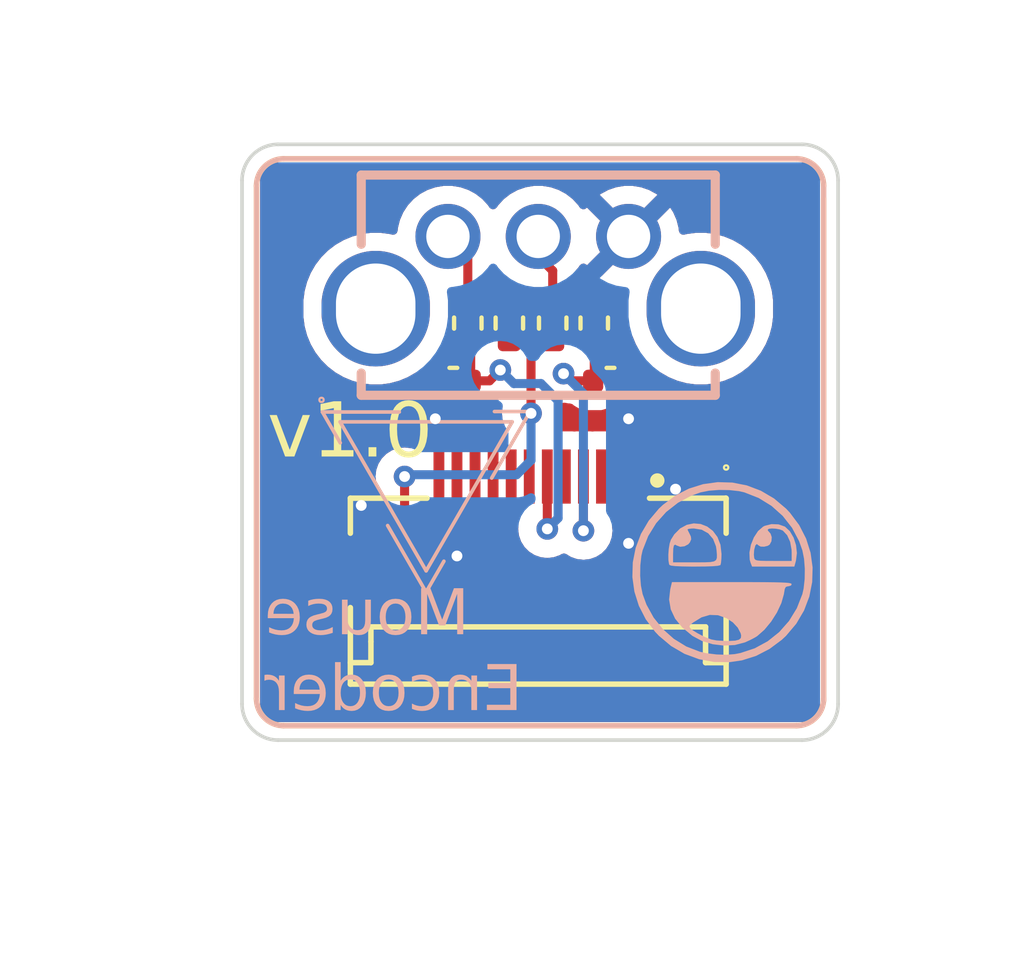
<source format=kicad_pcb>
(kicad_pcb (version 20240108) (generator "pcbnew") (generator_version "8.0")
  (layers (0 "F.Cu" signal) (31 "B.Cu" signal) (34 "B.Paste" user) (35 "F.Paste" user) (36 "B.SilkS" user "B.Silkscreen") (37 "F.SilkS" user "F.Silkscreen") (38 "B.Mask" user) (39 "F.Mask" user) (44 "Edge.Cuts" user))
  (net 0 "")
  (net 1 "GND")
  (net 2 "+3V3")
  (net 3 "Net-(R1-Pad1)")
  (net 4 "Net-(R2-Pad2)")
  (net 5 "Net-(J1-GP_AD2)")
  (net 6 "Net-(J1-GP_AD1)")
  (footprint "Resistor_SMD:R_0402_1005Metric" (layer "F.Cu") (at 165.1 76.1 90)
    (property "Reference" "R3" (hide yes))
    (property "Value" "10k")
    (fp_line (start -0.153641 -0.38) (end 0.153641 -0.38) (stroke (width 0.12)) (layer "F.SilkS"))
    (fp_line (start -0.153641 0.38) (end 0.153641 0.38) (stroke (width 0.12)) (layer "F.SilkS"))
    (pad "1" smd roundrect (at -0.51 0 90) (size 0.54 0.64) (layers "F.Cu" "F.Paste" "F.Mask") (net 6 "Net-(J1-GP_AD1)"))
    (pad "2" smd roundrect (at 0.51 0 90) (size 0.54 0.64) (layers "F.Cu" "F.Paste" "F.Mask") (net 4 "Net-(R2-Pad2)"))
  )
  (footprint "Resistor_SMD:R_0402_1005Metric" (layer "F.Cu") (at 168.6 76.1 90)
    (property "Reference" "R4" (hide yes))
    (property "Value" "10k")
    (fp_line (start -0.153641 -0.38) (end 0.153641 -0.38) (stroke (width 0.12)) (layer "F.SilkS"))
    (fp_line (start -0.153641 0.38) (end 0.153641 0.38) (stroke (width 0.12)) (layer "F.SilkS"))
    (pad "1" smd roundrect (at -0.51 0 90) (size 0.54 0.64) (layers "F.Cu" "F.Paste" "F.Mask") (net 5 "Net-(J1-GP_AD2)"))
    (pad "2" smd roundrect (at 0.51 0 90) (size 0.54 0.64) (layers "F.Cu" "F.Paste" "F.Mask") (net 3 "Net-(R1-Pad1)"))
  )
  (footprint "Resistor_SMD:R_0402_1005Metric" (layer "F.Cu") (at 166.25 76.1 90)
    (property "Reference" "R2" (hide yes))
    (property "Value" "330")
    (fp_line (start -0.153641 -0.38) (end 0.153641 -0.38) (stroke (width 0.12)) (layer "F.SilkS"))
    (fp_line (start -0.153641 0.38) (end 0.153641 0.38) (stroke (width 0.12)) (layer "F.SilkS"))
    (pad "1" smd roundrect (at -0.51 0 90) (size 0.54 0.64) (layers "F.Cu" "F.Paste" "F.Mask") (net 2 "+3V3"))
    (pad "2" smd roundrect (at 0.51 0 90) (size 0.54 0.64) (layers "F.Cu" "F.Paste" "F.Mask") (net 4 "Net-(R2-Pad2)"))
  )
  (footprint "Capacitor_SMD:C_0402_1005Metric" (layer "F.Cu") (at 169.05 77.7)
    (property "Reference" "C1" (hide yes))
    (property "Value" "0.01uF")
    (fp_line (start -0.107836 -0.36) (end 0.107836 -0.36) (stroke (width 0.12)) (layer "F.SilkS"))
    (fp_line (start -0.107836 0.36) (end 0.107836 0.36) (stroke (width 0.12)) (layer "F.SilkS"))
    (pad "1" smd roundrect (at -0.48 0) (size 0.56 0.62) (layers "F.Cu" "F.Paste" "F.Mask") (net 5 "Net-(J1-GP_AD2)"))
    (pad "2" smd roundrect (at 0.48 0) (size 0.56 0.62) (layers "F.Cu" "F.Paste" "F.Mask") (net 1 "GND"))
  )
  (footprint "Resistor_SMD:R_0402_1005Metric" (layer "F.Cu") (at 167.45 76.1 -90)
    (property "Reference" "R1" (hide yes))
    (property "Value" "330")
    (fp_line (start -0.153641 0.38) (end 0.153641 0.38) (stroke (width 0.12)) (layer "F.SilkS"))
    (fp_line (start -0.153641 -0.38) (end 0.153641 -0.38) (stroke (width 0.12)) (layer "F.SilkS"))
    (pad "1" smd roundrect (at -0.51 0 270) (size 0.54 0.64) (layers "F.Cu" "F.Paste" "F.Mask") (net 3 "Net-(R1-Pad1)"))
    (pad "2" smd roundrect (at 0.51 0 270) (size 0.54 0.64) (layers "F.Cu" "F.Paste" "F.Mask") (net 2 "+3V3"))
  )
  (footprint "Capacitor_SMD:C_0402_1005Metric" (layer "F.Cu") (at 164.7 77.7 180)
    (property "Reference" "C2" (hide yes))
    (property "Value" "0.01uF")
    (fp_line (start -0.107836 0.36) (end 0.107836 0.36) (stroke (width 0.12)) (layer "F.SilkS"))
    (fp_line (start -0.107836 -0.36) (end 0.107836 -0.36) (stroke (width 0.12)) (layer "F.SilkS"))
    (pad "1" smd roundrect (at -0.48 0 180) (size 0.56 0.62) (layers "F.Cu" "F.Paste" "F.Mask") (net 6 "Net-(J1-GP_AD1)"))
    (pad "2" smd roundrect (at 0.48 0 180) (size 0.56 0.62) (layers "F.Cu" "F.Paste" "F.Mask") (net 1 "GND"))
  )
  (footprint "MyKicadFootprints:FPC-SMD_12P-P0.50_HCTL_XW05202-120R-00" (layer "F.Cu") (at 167.05 81.65)
    (property "Reference" "J1" (hide yes))
    (property "Value" "vik-module-connector")
    (fp_line (start -5.201041 3.854712) (end -4.63208 3.854712) (stroke (width 0.151994)) (layer "F.SilkS"))
    (fp_line (start -5.200991 -0.7) (end -3.080086 -0.7) (stroke (width 0.151994)) (layer "F.SilkS"))
    (fp_line (start -5.200991 0.269825) (end -5.200991 -0.7) (stroke (width 0.151994)) (layer "F.SilkS"))
    (fp_line (start -5.200991 4.450013) (end -5.200991 2.330124) (stroke (width 0.151994)) (layer "F.SilkS"))
    (fp_line (start -4.63208 2.86411) (end 4.631318 2.86411) (stroke (width 0.151994)) (layer "F.SilkS"))
    (fp_line (start -4.63208 3.273051) (end -4.63208 2.86411) (stroke (width 0.151994)) (layer "F.SilkS"))
    (fp_line (start -4.63208 3.854712) (end -4.63208 3.273051) (stroke (width 0.151994)) (layer "F.SilkS"))
    (fp_line (start 3.080086 -0.7) (end 5.190018 -0.7) (stroke (width 0.151994)) (layer "F.SilkS"))
    (fp_line (start 4.631318 2.86411) (end 4.631318 3.854712) (stroke (width 0.151994)) (layer "F.SilkS"))
    (fp_line (start 4.631318 3.854712) (end 5.200279 3.854712) (stroke (width 0.151994)) (layer "F.SilkS"))
    (fp_line (start 5.190018 -0.7) (end 5.202007 -0.688011) (stroke (width 0.151994)) (layer "F.SilkS"))
    (fp_line (start 5.200279 3.854712) (end 5.200279 3.659131) (stroke (width 0.151994)) (layer "F.SilkS"))
    (fp_line (start 5.200991 -0.7) (end 5.200991 0.269825) (stroke (width 0.151994)) (layer "F.SilkS"))
    (fp_line (start 5.200991 2.330124) (end 5.200991 4.450013) (stroke (width 0.151994)) (layer "F.SilkS"))
    (fp_line (start 5.200991 4.450013) (end -5.200991 4.450013) (stroke (width 0.151994)) (layer "F.SilkS"))
    (fp_circle (center 3.295022 -1.189992) (end 3.395098 -1.189992) (stroke (width 0.2)) (fill none) (layer "F.SilkS"))
    (fp_circle (center 5.200787 -1.549911) (end 5.230759 -1.549911) (stroke (width 0.059995)) (fill none) (layer "F.SilkS"))
    (pad "1" smd rect (at 2.749936 -1.299975 180) (size 0.3 1.5) (layers "F.Cu" "F.Paste" "F.Mask"))
    (pad "2" smd rect (at 2.250064 -1.299975 180) (size 0.3 1.5) (layers "F.Cu" "F.Paste" "F.Mask"))
    (pad "3" smd rect (at 1.749936 -1.299975 180) (size 0.3 1.5) (layers "F.Cu" "F.Paste" "F.Mask"))
    (pad "4" smd rect (at 1.250064 -1.299975 180) (size 0.3 1.5) (layers "F.Cu" "F.Paste" "F.Mask") (net 5 "Net-(J1-GP_AD2)"))
    (pad "5" smd rect (at 0.749936 -1.299975 180) (size 0.3 1.5) (layers "F.Cu" "F.Paste" "F.Mask"))
    (pad "6" smd rect (at 0.250064 -1.299975 180) (size 0.3 1.5) (layers "F.Cu" "F.Paste" "F.Mask") (net 6 "Net-(J1-GP_AD1)"))
    (pad "7" smd rect (at -0.250064 -1.299975 180) (size 0.3 1.5) (layers "F.Cu" "F.Paste" "F.Mask"))
    (pad "8" smd rect (at -0.749936 -1.299975 180) (size 0.3 1.5) (layers "F.Cu" "F.Paste" "F.Mask"))
    (pad "9" smd rect (at -1.250064 -1.299975 180) (size 0.3 1.5) (layers "F.Cu" "F.Paste" "F.Mask"))
    (pad "10" smd rect (at -1.749936 -1.299975 180) (size 0.3 1.5) (layers "F.Cu" "F.Paste" "F.Mask"))
    (pad "11" smd rect (at -2.250064 -1.299975 180) (size 0.3 1.5) (layers "F.Cu" "F.Paste" "F.Mask") (net 1 "GND"))
    (pad "12" smd rect (at -2.749936 -1.299975 180) (size 0.3 1.5) (layers "F.Cu" "F.Paste" "F.Mask") (net 2 "+3V3"))
    (pad "13" smd rect (at -4.449962 1.299975 180) (size 2 1.7) (layers "F.Cu" "F.Paste" "F.Mask"))
    (pad "14" smd rect (at 4.449962 1.299975 180) (size 2 1.7) (layers "F.Cu" "F.Paste" "F.Mask"))
  )
  (footprint "MyKicadFootprints:SW-TH_EC10EXXXXXXX" (layer "B.Cu") (at 167.05 74.7)
    (property "Reference" "SW1" (hide yes))
    (property "Value" "RotaryEncoder")
    (fp_line (start -4.900127 -2.7) (end -4.900127 -0.784201) (stroke (width 0.254)) (layer "B.SilkS"))
    (fp_line (start -4.900127 2.784201) (end -4.900127 3.4) (stroke (width 0.254)) (layer "B.SilkS"))
    (fp_line (start -4.900127 3.4) (end 4.899873 3.399975) (stroke (width 0.254)) (layer "B.SilkS"))
    (fp_line (start 4.899873 -2.7) (end -4.900127 -2.7) (stroke (width 0.254)) (layer "B.SilkS"))
    (fp_line (start 4.899873 -2.7) (end 4.899873 -0.784252) (stroke (width 0.254)) (layer "B.SilkS"))
    (fp_line (start 4.899873 2.784252) (end 4.899873 3.399975) (stroke (width 0.254)) (layer "B.SilkS"))
    (fp_circle (center -5.999873 3.527051) (end -5.969901 3.527051) (stroke (width 0.059995)) (fill none) (layer "B.SilkS"))
    (pad "4" thru_hole oval (at -4.5 1 270) (size 3.2 3) (drill oval 2.500025 2.2) (layers "*.Cu" "*.Mask"))
    (pad "5" thru_hole oval (at 4.5 1 270) (size 3.2 3) (drill oval 2.500025 2.2) (layers "*.Cu" "*.Mask"))
    (pad "A" thru_hole circle (at -2.5 -1) (size 1.8 1.8) (drill 1.2) (layers "*.Cu" "*.Mask") (net 4 "Net-(R2-Pad2)"))
    (pad "B" thru_hole circle (at -0.000127 -1) (size 1.8 1.8) (drill 1.2) (layers "*.Cu" "*.Mask") (net 3 "Net-(R1-Pad1)"))
    (pad "C" thru_hole circle (at 2.5 -1) (size 1.8 1.8) (drill 1.2) (layers "*.Cu" "*.Mask") (net 1 "GND"))
  )
  (footprint "Vik:vik-logo-small" (layer "B.Cu") (at 163.944777 80.355617 180)
    (property "Reference" "LOGO2" (hide yes))
    (property "Value" "**REF")
    (fp_line (start 2.869715 1.793686) (end 0.741256 1.793386) (stroke (width 0.1)) (layer "B.SilkS"))
    (fp_line (start 2.38 1.52) (end -2.383804 1.52) (stroke (width 0.1)) (layer "B.SilkS"))
    (fp_line (start 2.375449 0.938393) (end 2.869715 1.793686) (stroke (width 0.1)) (layer "B.SilkS"))
    (fp_line (start 0.000114 -3.195112) (end 1.064084 -1.351662) (stroke (width 0.1)) (layer "B.SilkS"))
    (fp_line (start -0.001902 -2.605575) (end 2.38 1.52) (stroke (width 0.1)) (layer "B.SilkS"))
    (fp_line (start -0.493459 -2.339419) (end 0.000114 -3.195112) (stroke (width 0.1)) (layer "B.SilkS"))
    (fp_line (start -1.892323 1.805976) (end -2.880161 1.806346) (stroke (width 0.1)) (layer "B.SilkS"))
    (fp_line (start -2.383804 1.52) (end -0.001902 -2.605575) (stroke (width 0.1)) (layer "B.SilkS"))
    (fp_line (start -2.880161 1.806346) (end -1.815689 -0.036813) (stroke (width 0.1)) (layer "B.SilkS"))
  )
  (footprint "MyKicadFootprints:awesome-logo" (layer "B.Cu") (at 172.15 83 180)
    (property "Reference" "LOGO1" (hide yes))
    (property "Value" "**REF" (hide yes))
    (fp_poly (pts (xy -1.172119 1.286262) (xy -1.123842 1.26186) (xy -0.983301 1.139644) (xy -0.868064 0.964072) (xy -0.786073 0.757991) (xy -0.74527 0.544247) (xy -0.753597 0.345685) (xy -0.776871 0.26377) (xy -0.818681 0.156308) (xy -1.404296 0.156308) (xy -1.989911 0.156308) (xy -2.032 0.312616) (xy -1.91477 0.312616) (xy -1.409403 0.312616) (xy -1.201949 0.313376) (xy -1.059492 0.316974) (xy -0.968881 0.325389) (xy -0.916961 0.340598) (xy -0.890583 0.364578) (xy -0.878708 0.392418) (xy -0.868546 0.482568) (xy -0.875885 0.602839) (xy -0.87951 0.626879) (xy -0.909899 0.740271) (xy -0.94901 0.780816) (xy -0.994254 0.745956) (xy -0.996462 0.742462) (xy -1.056362 0.709544) (xy -1.152956 0.706397) (xy -1.25175 0.730533) (xy -1.306286 0.764792) (xy -1.355516 0.857459) (xy -1.363826 0.971538) (xy -1.330903 1.069896) (xy -1.309077 1.094154) (xy -1.259954 1.150564) (xy -1.250462 1.177093) (xy -1.284176 1.202654) (xy -1.368238 1.211492) (xy -1.477029 1.205241) (xy -1.584931 1.185534) (xy -1.666325 1.154008) (xy -1.672136 1.150187) (xy -1.789847 1.023584) (xy -1.872266 0.841962) (xy -1.912164 0.623245) (xy -1.91477 0.548634) (xy -1.91477 0.312616) (xy -2.032 0.312616) (xy -2.034522 0.321981) (xy -2.060266 0.530834) (xy -2.036133 0.749883) (xy -1.969037 0.958189) (xy -1.865891 1.13481) (xy -1.73361 1.258809) (xy -1.723124 1.26516) (xy -1.551091 1.325554) (xy -1.356115 1.332526)) (fill solid) (layer "B.SilkS"))
    (fp_poly (pts (xy 0.989189 1.3126) (xy 1.172061 1.212609) (xy 1.334333 1.049736) (xy 1.428906 0.89877) (xy 1.463661 0.792686) (xy 1.487705 0.646083) (xy 1.499525 0.485448) (xy 1.497608 0.337271) (xy 1.480442 0.228038) (xy 1.468761 0.200849) (xy 1.422835 0.182316) (xy 1.309147 0.168887) (xy 1.124621 0.160366) (xy 0.866181 0.156562) (xy 0.762 0.156308) (xy 0.477982 0.158569) (xy 0.268914 0.165479) (xy 0.131721 0.177234) (xy 0.063324 0.194028) (xy 0.055238 0.200849) (xy 0.040885 0.260789) (xy 0.03044 0.373577) (xy 0.026942 0.484865) (xy 0.154853 0.484865) (xy 0.156156 0.395985) (xy 0.179254 0.336291) (xy 0.234787 0.299988) (xy 0.333395 0.281284) (xy 0.485717 0.274385) (xy 0.702394 0.273499) (xy 0.780312 0.273539) (xy 1.367692 0.273539) (xy 1.367692 0.501488) (xy 1.362353 0.65648) (xy 1.344209 0.741411) (xy 1.310066 0.763782) (xy 1.266378 0.739457) (xy 1.169724 0.704079) (xy 1.052506 0.717898) (xy 0.947566 0.773052) (xy 0.901827 0.826747) (xy 0.865476 0.912427) (xy 0.875182 0.98813) (xy 0.899354 1.04167) (xy 0.94257 1.128359) (xy 0.969036 1.181831) (xy 0.969156 1.182077) (xy 0.942695 1.198775) (xy 0.859384 1.209389) (xy 0.790573 1.211385) (xy 0.574368 1.176314) (xy 0.394938 1.076653) (xy 0.260928 0.920727) (xy 0.180986 0.716863) (xy 0.164704 0.608724) (xy 0.154853 0.484865) (xy 0.026942 0.484865) (xy 0.02635 0.503695) (xy 0.055396 0.759927) (xy 0.13835 0.974265) (xy 0.264568 1.14371) (xy 0.423404 1.265264) (xy 0.604216 1.335929) (xy 0.796359 1.352707)) (fill solid) (layer "B.SilkS"))
    (fp_poly (pts (xy 1.446746 -0.472674) (xy 1.478057 -0.757665) (xy 1.432642 -1.029649) (xy 1.311009 -1.287564) (xy 1.113667 -1.530353) (xy 0.841124 -1.756957) (xy 0.824491 -1.768563) (xy 0.566913 -1.905538) (xy 0.27199 -1.99425) (xy -0.03832 -2.03211) (xy -0.342057 -2.016529) (xy -0.617265 -1.944918) (xy -0.629434 -1.940005) (xy -0.771326 -1.875701) (xy -0.901594 -1.806861) (xy -0.964012 -1.767655) (xy -0.977628 -1.755656) (xy -0.5165 -1.755656) (xy -0.507552 -1.823446) (xy -0.45598 -1.868924) (xy -0.35256 -1.894787) (xy -0.188068 -1.903735) (xy -0.019539 -1.900982) (xy 0.165536 -1.888992) (xy 0.310407 -1.861528) (xy 0.452768 -1.80944) (xy 0.554678 -1.761566) (xy 0.692219 -1.688688) (xy 0.807591 -1.618433) (xy 0.877144 -1.56528) (xy 0.879581 -1.562689) (xy 0.914144 -1.514745) (xy 0.905325 -1.473856) (xy 0.844214 -1.417803) (xy 0.811261 -1.392349) (xy 0.57836 -1.249346) (xy 0.351089 -1.182702) (xy 0.122874 -1.191579) (xy -0.112183 -1.274802) (xy -0.286278 -1.389793) (xy -0.421602 -1.53472) (xy -0.502499 -1.690967) (xy -0.5165 -1.755656) (xy -0.977628 -1.755656) (xy -1.1613 -1.593798) (xy -1.347009 -1.369482) (xy -1.507639 -1.116392) (xy -1.629689 -0.856216) (xy -1.699658 -0.610639) (xy -1.70461 -0.578053) (xy -1.724539 -0.464188) (xy -1.752923 -0.408569) (xy -1.80219 -0.391389) (xy -1.822112 -0.390769) (xy -1.8969 -0.369459) (xy -1.91477 -0.332153) (xy -1.907019 -0.317738) (xy -1.879329 -0.305852) (xy -1.825042 -0.29626) (xy -1.7375 -0.288726) (xy -1.610045 -0.283014) (xy -1.436019 -0.27889) (xy -1.208764 -0.276117) (xy -0.921623 -0.27446) (xy -0.567937 -0.273684) (xy -0.257898 -0.273538) (xy 1.398974 -0.273538)) (fill solid) (layer "B.SilkS"))
    (fp_poly (pts (xy 0.537852 2.438962) (xy 0.930912 2.315376) (xy 1.304428 2.124188) (xy 1.650008 1.865398) (xy 1.760829 1.76083) (xy 2.042857 1.426792) (xy 2.257282 1.061932) (xy 2.404105 0.674643) (xy 2.483326 0.27332) (xy 2.494945 -0.133643) (xy 2.438961 -0.537852) (xy 2.315375 -0.930912) (xy 2.124187 -1.304428) (xy 1.865397 -1.650008) (xy 1.760829 -1.760829) (xy 1.424736 -2.04365) (xy 1.051997 -2.26061) (xy 0.651212 -2.409167) (xy 0.230983 -2.48678) (xy -0.200092 -2.490906) (xy -0.540497 -2.441004) (xy -0.929452 -2.31819) (xy -1.301898 -2.125579) (xy -1.642866 -1.871515) (xy -1.76083 -1.760829) (xy -2.042858 -1.426791) (xy -2.257283 -1.061931) (xy -2.404106 -0.674642) (xy -2.483327 -0.273319) (xy -2.493915 0.097577) (xy -2.278606 0.097577) (xy -2.274567 -0.188404) (xy -2.245304 -0.453517) (xy -2.211012 -0.605692) (xy -2.057055 -0.998209) (xy -1.840748 -1.351175) (xy -1.569461 -1.658055) (xy -1.250559 -1.912316) (xy -0.891412 -2.107423) (xy -0.499386 -2.236842) (xy -0.33598 -2.268603) (xy -0.102895 -2.286296) (xy 0.1663 -2.277424) (xy 0.435172 -2.244488) (xy 0.62523 -2.202585) (xy 1.001069 -2.057452) (xy 1.345058 -1.846089) (xy 1.648994 -1.576757) (xy 1.904673 -1.257716) (xy 2.103894 -0.897227) (xy 2.211011 -0.605692) (xy 2.25742 -0.372813) (xy 2.278605 -0.097576) (xy 2.274566 0.188405) (xy 2.245303 0.453518) (xy 2.211011 0.605693) (xy 2.055451 1.001304) (xy 1.835706 1.357418) (xy 1.558575 1.667234) (xy 1.23086 1.923952) (xy 0.859359 2.120772) (xy 0.605692 2.211012) (xy 0.372813 2.257421) (xy 0.097576 2.278606) (xy -0.188405 2.274567) (xy -0.453518 2.245304) (xy -0.605693 2.211012) (xy -1.001304 2.055452) (xy -1.357418 1.835707) (xy -1.667234 1.558576) (xy -1.923952 1.230861) (xy -2.120772 0.85936) (xy -2.211012 0.605693) (xy -2.257421 0.372814) (xy -2.278606 0.097577) (xy -2.493915 0.097577) (xy -2.494945 0.133644) (xy -2.438962 0.537853) (xy -2.315376 0.930912) (xy -2.124188 1.304429) (xy -1.865398 1.650009) (xy -1.76083 1.76083) (xy -1.426792 2.042858) (xy -1.061932 2.257283) (xy -0.674643 2.404106) (xy -0.27332 2.483327) (xy 0.133643 2.494945)) (fill solid) (layer "B.SilkS"))
  )
  (gr_line (start 159.25 86.5) (end 159.25 72.3) (stroke (width 0.15)) (layer "B.SilkS"))
  (gr_line (start 174.95 72.3) (end 174.95 86.55) (stroke (width 0.15)) (layer "B.SilkS"))
  (gr_arc (start 174.95 86.5) (mid 174.73033 87.03033) (end 174.2 87.25) (stroke (width 0.15)) (layer "B.SilkS"))
  (gr_arc (start 159.25 72.3) (mid 159.46967 71.76967) (end 160 71.55) (stroke (width 0.15)) (layer "B.SilkS"))
  (gr_line (start 174.2 87.25) (end 160 87.25) (stroke (width 0.15)) (layer "B.SilkS"))
  (gr_arc (start 160 87.25) (mid 159.46967 87.03033) (end 159.25 86.5) (stroke (width 0.15)) (layer "B.SilkS"))
  (gr_arc (start 174.2 71.55) (mid 174.73033 71.76967) (end 174.95 72.3) (stroke (width 0.15)) (layer "B.SilkS"))
  (gr_line (start 160 71.55) (end 174.2 71.55) (stroke (width 0.15)) (layer "B.SilkS"))
  (gr_arc (start 159.25 72.3) (mid 159.46967 71.76967) (end 160 71.55) (stroke (width 0.15)) (layer "F.SilkS"))
  (gr_arc (start 160 87.25) (mid 159.46967 87.03033) (end 159.25 86.5) (stroke (width 0.15)) (layer "F.SilkS"))
  (gr_line (start 174.95 72.65) (end 174.95 86.5) (stroke (width 0.15)) (layer "F.SilkS"))
  (gr_line (start 174.2 87.25) (end 160 87.25) (stroke (width 0.15)) (layer "F.SilkS"))
  (gr_line (start 159.25 86.5) (end 159.25 72.3) (stroke (width 0.15)) (layer "F.SilkS"))
  (gr_arc (start 174.95 86.5) (mid 174.73033 87.03033) (end 174.2 87.25) (stroke (width 0.15)) (layer "F.SilkS"))
  (gr_arc (start 174.2 71.55) (mid 174.73033 71.76967) (end 174.95 72.3) (stroke (width 0.15)) (layer "F.SilkS"))
  (gr_line (start 160 71.55) (end 174.2 71.55) (stroke (width 0.15)) (layer "F.SilkS"))
  (gr_arc (start 174.35 71.15) (mid 175.057107 71.442893) (end 175.35 72.15) (stroke (width 0.1)) (layer "Edge.Cuts"))
  (gr_line (start 174.35 87.65) (end 159.85 87.65) (stroke (width 0.1)) (layer "Edge.Cuts"))
  (gr_arc (start 159.85 87.65) (mid 159.142893 87.357107) (end 158.85 86.65) (stroke (width 0.1)) (layer "Edge.Cuts"))
  (gr_arc (start 158.85 72.15) (mid 159.142893 71.442893) (end 159.85 71.15) (stroke (width 0.1)) (layer "Edge.Cuts"))
  (gr_line (start 159.85 71.15) (end 174.35 71.15) (stroke (width 0.1)) (layer "Edge.Cuts"))
  (gr_arc (start 175.35 86.65) (mid 175.057107 87.357107) (end 174.35 87.65) (stroke (width 0.1)) (layer "Edge.Cuts"))
  (gr_line (start 158.85 86.65) (end 158.85 72.15) (stroke (width 0.1)) (layer "Edge.Cuts"))
  (gr_line (start 175.35 72.15) (end 175.35 86.65) (stroke (width 0.1)) (layer "Edge.Cuts"))
  (gr_text "Mouse\nEncoder" (at 159.46967 87.03033 0) (layer "B.SilkS") (effects (font (size 1.25 1.25)) (justify right bottom mirror)))
  (gr_text "v1.0" (at 159.55 80.05 0) (layer "F.SilkS") (effects (font (size 1.5 1.5)) (justify left bottom)))
  (segment (start 164.799936 79.050064) (end 164.799936 80.350025) (width 0.25) (layer "F.Cu") (net 1))
  (segment (start 164.8 81.8) (end 164.799936 81.799936) (width 0.25) (layer "F.Cu") (net 1))
  (segment (start 164.2 78.75) (end 164.499872 78.75) (width 0.25) (layer "F.Cu") (net 1))
  (segment (start 164.8 82.55) (end 164.8 81.8) (width 0.25) (layer "F.Cu") (net 1))
  (segment (start 164.499872 78.75) (end 164.799936 79.050064) (width 0.25) (layer "F.Cu") (net 1))
  (segment (start 164.799936 81.799936) (end 164.799936 80.350025) (width 0.25) (layer "F.Cu") (net 1))
  (via (at 169.55 82.2) (size 0.6) (drill 0.3) (layers "F.Cu" "B.Cu") (net 1))
  (via (at 162.15 81.15) (size 0.6) (drill 0.3) (layers "F.Cu" "B.Cu") (net 1))
  (via (at 164.8 82.55) (size 0.6) (drill 0.3) (layers "F.Cu" "B.Cu") (net 1))
  (via (at 169.55 78.75) (size 0.6) (drill 0.3) (layers "F.Cu" "B.Cu") (net 1))
  (via (at 164.2 78.75) (size 0.6) (drill 0.3) (layers "F.Cu" "B.Cu") (net 1))
  (via (at 170.85 80.7) (size 0.6) (drill 0.3) (layers "F.Cu" "B.Cu") (net 1))
  (segment (start 163.6 81.45) (end 164.300064 81.45) (width 0.25) (layer "F.Cu") (net 2))
  (segment (start 163.35 80.35) (end 163.35 81.2) (width 0.25) (layer "F.Cu") (net 2))
  (segment (start 163.35 81.2) (end 163.6 81.45) (width 0.25) (layer "F.Cu") (net 2))
  (segment (start 166.85 76.61) (end 166.85 78.6) (width 0.25) (layer "F.Cu") (net 2))
  (segment (start 166.25 76.61) (end 166.85 76.61) (width 0.25) (layer "F.Cu") (net 2))
  (segment (start 164.300064 81.45) (end 164.300064 80.350025) (width 0.25) (layer "F.Cu") (net 2))
  (segment (start 166.85 76.61) (end 167.45 76.61) (width 0.25) (layer "F.Cu") (net 2))
  (via (at 166.85 78.6) (size 0.6) (drill 0.3) (layers "F.Cu" "B.Cu") (net 2))
  (via (at 163.35 80.35) (size 0.6) (drill 0.3) (layers "F.Cu" "B.Cu") (net 2))
  (segment (start 166.45 80.3) (end 163.4 80.3) (width 0.25) (layer "B.Cu") (net 2))
  (segment (start 166.85 78.6) (end 166.85 79.9) (width 0.25) (layer "B.Cu") (net 2))
  (segment (start 163.4 80.3) (end 163.35 80.35) (width 0.25) (layer "B.Cu") (net 2))
  (segment (start 166.85 79.9) (end 166.45 80.3) (width 0.25) (layer "B.Cu") (net 2))
  (segment (start 167.049873 73.7) (end 167.049873 74.249873) (width 0.25) (layer "F.Cu") (net 3))
  (segment (start 167.049873 74.249873) (end 167.45 74.65) (width 0.25) (layer "F.Cu") (net 3))
  (segment (start 167.45 74.65) (end 167.45 75.59) (width 0.25) (layer "F.Cu") (net 3))
  (segment (start 168.6 75.59) (end 167.45 75.59) (width 0.25) (layer "F.Cu") (net 3))
  (segment (start 165.1 74.25) (end 164.55 73.7) (width 0.25) (layer "F.Cu") (net 4))
  (segment (start 165.1 75.59) (end 166.25 75.59) (width 0.25) (layer "F.Cu") (net 4))
  (segment (start 165.1 75.59) (end 165.1 74.25) (width 0.25) (layer "F.Cu") (net 4))
  (segment (start 168.3 81.55) (end 168.300064 81.549936) (width 0.25) (layer "F.Cu") (net 5))
  (segment (start 168.3 81.85) (end 168.3 81.55) (width 0.25) (layer "F.Cu") (net 5))
  (segment (start 167.95 77.7) (end 168.57 77.7) (width 0.25) (layer "F.Cu") (net 5))
  (segment (start 168.6 76.61) (end 168.6 77.67) (width 0.25) (layer "F.Cu") (net 5))
  (segment (start 168.300064 81.549936) (end 168.300064 80.350025) (width 0.25) (layer "F.Cu") (net 5))
  (segment (start 168.6 77.67) (end 168.57 77.7) (width 0.25) (layer "F.Cu") (net 5))
  (segment (start 167.75 77.5) (end 167.95 77.7) (width 0.25) (layer "F.Cu") (net 5))
  (via (at 167.75 77.5) (size 0.6) (drill 0.3) (layers "F.Cu" "B.Cu") (net 5))
  (via (at 168.3 81.85) (size 0.6) (drill 0.3) (layers "F.Cu" "B.Cu") (net 5))
  (segment (start 168.3 81.85) (end 168.3 78.05) (width 0.25) (layer "B.Cu") (net 5))
  (segment (start 168.3 78.05) (end 167.75 77.5) (width 0.25) (layer "B.Cu") (net 5))
  (segment (start 165.7 77.7) (end 165.18 77.7) (width 0.25) (layer "F.Cu") (net 6))
  (segment (start 166 77.4) (end 165.7 77.7) (width 0.25) (layer "F.Cu") (net 6))
  (segment (start 165.18 77.7) (end 165.18 76.69) (width 0.25) (layer "F.Cu") (net 6))
  (segment (start 167.300064 81.8) (end 167.300064 80.350025) (width 0.25) (layer "F.Cu") (net 6))
  (segment (start 165.18 76.69) (end 165.1 76.61) (width 0.25) (layer "F.Cu") (net 6))
  (via (at 166 77.4) (size 0.6) (drill 0.3) (layers "F.Cu" "B.Cu") (net 6))
  (via (at 167.300064 81.8) (size 0.6) (drill 0.3) (layers "F.Cu" "B.Cu") (net 6))
  (segment (start 166.375 77.775) (end 166 77.4) (width 0.25) (layer "B.Cu") (net 6))
  (segment (start 167.6 81.500064) (end 167.6 78.25) (width 0.25) (layer "B.Cu") (net 6))
  (segment (start 167.125 77.775) (end 166.375 77.775) (width 0.25) (layer "B.Cu") (net 6))
  (segment (start 167.6 78.25) (end 167.125 77.775) (width 0.25) (layer "B.Cu") (net 6))
  (segment (start 167.300064 81.8) (end 167.6 81.500064) (width 0.25) (layer "B.Cu") (net 6))
  (zone (net 1) (net_name "GND") (layer "F.Cu") (connect_pads (clearance 0.5)) (min_thickness 0.25) (fill yes (thermal_gap 0.5) (thermal_bridge_width 0.5))
    (polygon (pts (xy 155.4 68.25) (xy 180.15 67.95) (xy 179.8 89.95) (xy 152.6 89.9)))
  )
  (zone (net 1) (net_name "GND") (layer "B.Cu") (priority 1) (connect_pads (clearance 0.5)) (min_thickness 0.25) (fill yes (thermal_gap 0.5) (thermal_bridge_width 0.5))
    (polygon (pts (xy 155.1 68) (xy 180.5 67.7) (xy 180.3 90.75) (xy 152.15 90.5)))
  )
)
</source>
